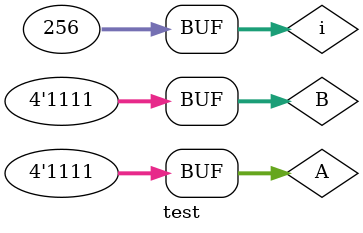
<source format=v>
`timescale 1s / 1ns


module test;

reg [3:0] A,B;
wire L,E,G;

n_bit dut(A,B,L,E,G);
integer i;
initial begin

for(i=0;i<2**8;i=i+1)
begin
{A,B}=i;
#1;
end
end

initial begin
$monitor("A=%b,B=%b,L=%b,E=%b,G=%b",A,B,L,E,G);
end

endmodule

</source>
